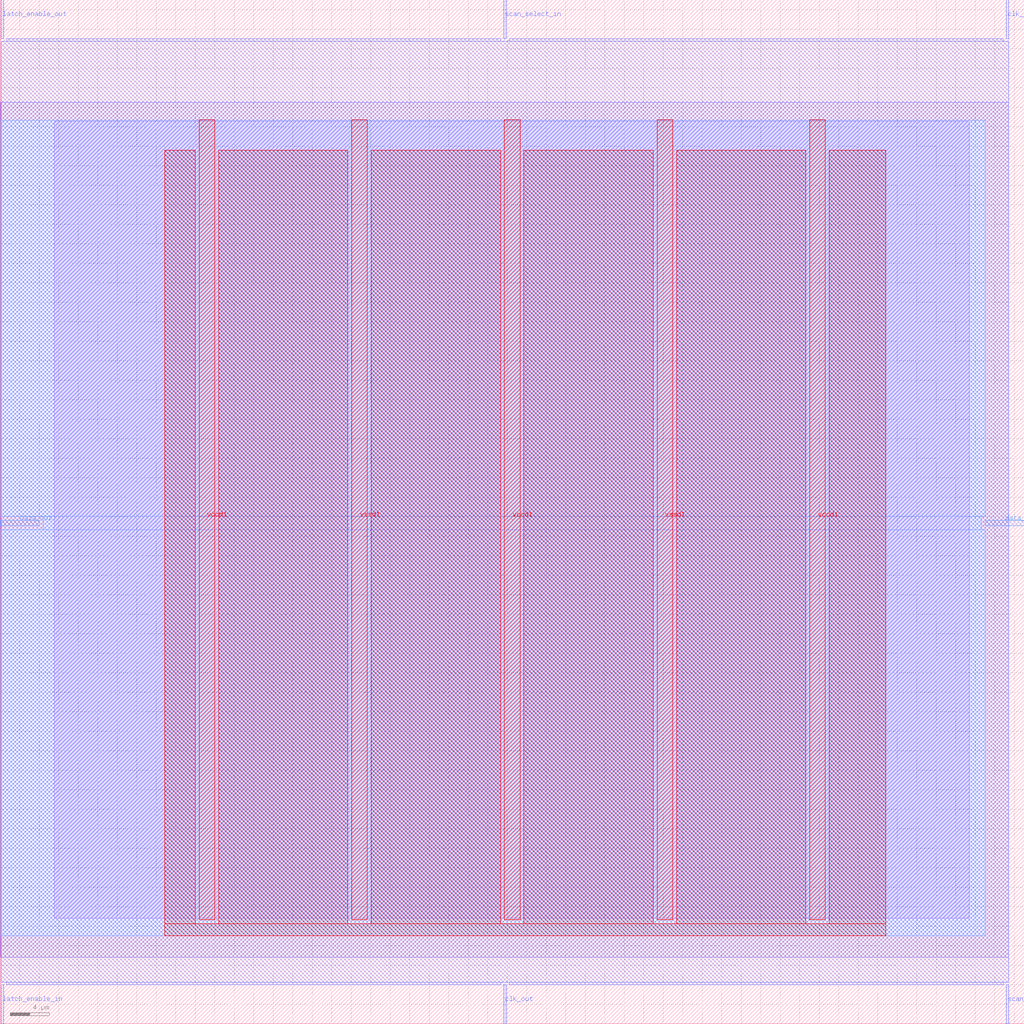
<source format=lef>
VERSION 5.7 ;
  NOWIREEXTENSIONATPIN ON ;
  DIVIDERCHAR "/" ;
  BUSBITCHARS "[]" ;
MACRO scan_wrapper_341263346544149074
  CLASS BLOCK ;
  FOREIGN scan_wrapper_341263346544149074 ;
  ORIGIN 0.000 0.000 ;
  SIZE 105.000 BY 105.000 ;
  PIN clk_in
    DIRECTION INPUT ;
    USE SIGNAL ;
    PORT
      LAYER met2 ;
        RECT 103.130 101.000 103.410 105.000 ;
    END
  END clk_in
  PIN clk_out
    DIRECTION OUTPUT TRISTATE ;
    USE SIGNAL ;
    PORT
      LAYER met2 ;
        RECT 51.610 0.000 51.890 4.000 ;
    END
  END clk_out
  PIN data_in
    DIRECTION INPUT ;
    USE SIGNAL ;
    PORT
      LAYER met3 ;
        RECT 101.000 51.040 105.000 51.640 ;
    END
  END data_in
  PIN data_out
    DIRECTION OUTPUT TRISTATE ;
    USE SIGNAL ;
    PORT
      LAYER met3 ;
        RECT 0.000 51.040 4.000 51.640 ;
    END
  END data_out
  PIN latch_enable_in
    DIRECTION INPUT ;
    USE SIGNAL ;
    PORT
      LAYER met2 ;
        RECT 0.090 0.000 0.370 4.000 ;
    END
  END latch_enable_in
  PIN latch_enable_out
    DIRECTION OUTPUT TRISTATE ;
    USE SIGNAL ;
    PORT
      LAYER met2 ;
        RECT 0.090 101.000 0.370 105.000 ;
    END
  END latch_enable_out
  PIN scan_select_in
    DIRECTION INPUT ;
    USE SIGNAL ;
    PORT
      LAYER met2 ;
        RECT 51.610 101.000 51.890 105.000 ;
    END
  END scan_select_in
  PIN scan_select_out
    DIRECTION OUTPUT TRISTATE ;
    USE SIGNAL ;
    PORT
      LAYER met2 ;
        RECT 103.130 0.000 103.410 4.000 ;
    END
  END scan_select_out
  PIN vccd1
    DIRECTION INPUT ;
    USE POWER ;
    PORT
      LAYER met4 ;
        RECT 20.380 10.640 21.980 92.720 ;
    END
    PORT
      LAYER met4 ;
        RECT 51.700 10.640 53.300 92.720 ;
    END
    PORT
      LAYER met4 ;
        RECT 83.020 10.640 84.620 92.720 ;
    END
  END vccd1
  PIN vssd1
    DIRECTION INPUT ;
    USE GROUND ;
    PORT
      LAYER met4 ;
        RECT 36.040 10.640 37.640 92.720 ;
    END
    PORT
      LAYER met4 ;
        RECT 67.360 10.640 68.960 92.720 ;
    END
  END vssd1
  OBS
      LAYER li1 ;
        RECT 5.520 10.795 99.360 92.565 ;
      LAYER met1 ;
        RECT 0.070 6.840 103.430 94.480 ;
      LAYER met2 ;
        RECT 0.650 100.720 51.330 101.000 ;
        RECT 52.170 100.720 102.850 101.000 ;
        RECT 0.090 4.280 103.400 100.720 ;
        RECT 0.650 4.000 51.330 4.280 ;
        RECT 52.170 4.000 102.850 4.280 ;
      LAYER met3 ;
        RECT 0.065 52.040 101.000 92.645 ;
        RECT 4.400 50.640 100.600 52.040 ;
        RECT 0.065 9.015 101.000 50.640 ;
      LAYER met4 ;
        RECT 16.855 10.240 19.980 89.585 ;
        RECT 22.380 10.240 35.640 89.585 ;
        RECT 38.040 10.240 51.300 89.585 ;
        RECT 53.700 10.240 66.960 89.585 ;
        RECT 69.360 10.240 82.620 89.585 ;
        RECT 85.020 10.240 90.785 89.585 ;
        RECT 16.855 9.015 90.785 10.240 ;
  END
END scan_wrapper_341263346544149074
END LIBRARY


</source>
